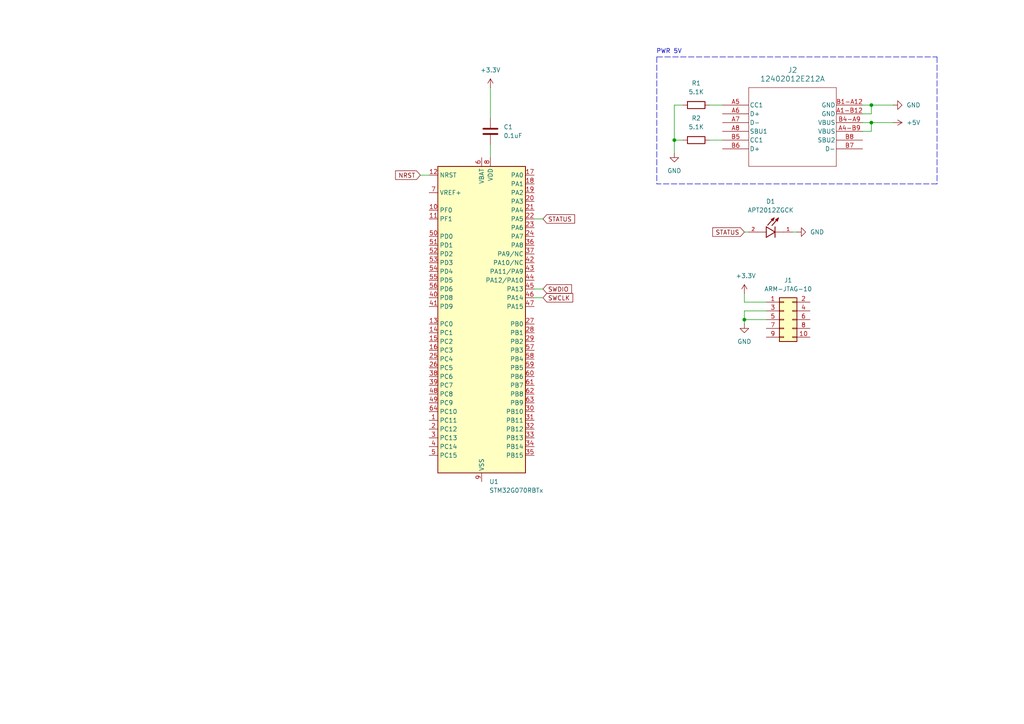
<source format=kicad_sch>
(kicad_sch (version 20231120) (generator "eeschema") (generator_version "8.0")
  (paper "A4")
  (lib_symbols
    (symbol "12402012E212A:12402012E212A" (pin_names (offset 0.254))
      (property "Reference" "J" (at 20.32 10.16 0))
      (property "Value" "12402012E212A" (at 20.32 7.62 0))
      (symbol "12402012E212A_0_1"
        (polyline (pts (xy 7.62 -17.78) (xy 33.02 -17.78)) (stroke (width 0.127)))
        (polyline (pts (xy 7.62 5.08) (xy 7.62 -17.78)) (stroke (width 0.127)))
        (polyline (pts (xy 33.02 -17.78) (xy 33.02 5.08)) (stroke (width 0.127)))
        (polyline (pts (xy 33.02 5.08) (xy 7.62 5.08)) (stroke (width 0.127)))
        (pin power_out line (at 40.64 -2.54 180) (length 7.62) (name "GND") (number "A1-B12"))
        (pin power_in line (at 40.64 -7.62 180) (length 7.62) (name "VBUS") (number "A4-B9"))
        (pin bidirectional line (at 0 0 0) (length 7.62) (name "CC1") (number "A5"))
        (pin bidirectional line (at 0 -2.54 0) (length 7.62) (name "D+") (number "A6"))
        (pin bidirectional line (at 0 -5.08 0) (length 7.62) (name "D-") (number "A7"))
        (pin bidirectional line (at 0 -7.62 0) (length 7.62) (name "SBU1") (number "A8"))
        (pin power_out line (at 40.64 0 180) (length 7.62) (name "GND") (number "B1-A12"))
        (pin power_in line (at 40.64 -5.08 180) (length 7.62) (name "VBUS") (number "B4-A9"))
        (pin bidirectional line (at 0 -10.16 0) (length 7.62) (name "CC1") (number "B5"))
        (pin bidirectional line (at 0 -12.7 0) (length 7.62) (name "D+") (number "B6"))
        (pin bidirectional line (at 40.64 -12.7 180) (length 7.62) (name "D-") (number "B7"))
        (pin bidirectional line (at 40.64 -10.16 180) (length 7.62) (name "SBU2") (number "B8"))
      )
    )
    (symbol "APT2012ZGCK:APT2012ZGCK" (pin_names (offset 1.016))
      (property "Reference" "D" (at -3.0988 4.4958 0))
      (property "Value" "APT2012ZGCK" (at -3.556 -3.302 0))
      (symbol "APT2012ZGCK_0_0"
        (polyline (pts (xy -2.54 -1.524) (xy 0 0)) (stroke (width 0.254)))
        (polyline (pts (xy -2.54 0) (xy -5.08 0)) (stroke (width 0.1524)))
        (polyline (pts (xy -2.54 0) (xy -2.54 -1.524)) (stroke (width 0.254)))
        (polyline (pts (xy -2.54 1.524) (xy -2.54 0)) (stroke (width 0.254)))
        (polyline (pts (xy -0.3556 4.0386) (xy -2.1336 2.0066)) (stroke (width 0.254)))
        (polyline (pts (xy 0 0) (xy -2.54 1.524)) (stroke (width 0.254)))
        (polyline (pts (xy 0 0) (xy 0 -1.524)) (stroke (width 0.254)))
        (polyline (pts (xy 0 1.524) (xy 0 0)) (stroke (width 0.254)))
        (polyline (pts (xy 0.889 3.937) (xy -0.889 1.905)) (stroke (width 0.254)))
        (polyline (pts (xy 2.54 0) (xy 0 0)) (stroke (width 0.1524)))
        (polyline (pts (xy -1.143 3.683) (xy -0.5715 3.175) (xy -0.1905 4.191) (xy -1.143 3.683)) (stroke (width 0.1524)) (fill (type outline)))
        (polyline (pts (xy 0.127 3.6195) (xy 0.6985 3.1115) (xy 1.0795 4.191) (xy 0.127 3.6195)) (stroke (width 0.1524)) (fill (type outline)))
        (pin passive line (at 5.08 0 180) (length 2.54) (name "~") (number "1"))
        (pin passive line (at -7.62 0 0) (length 2.54) (name "~") (number "2"))
      )
    )
    (symbol "Connector_Generic:Conn_02x05_Odd_Even" (pin_names (offset 1.016) hide)
      (property "Reference" "J" (at 1.27 7.62 0))
      (property "Value" "Conn_02x05_Odd_Even" (at 1.27 -7.62 0))
      (symbol "Conn_02x05_Odd_Even_1_1"
        (rectangle (start -1.27 -4.953) (end 0 -5.207) (stroke (width 0.1524)))
        (rectangle (start -1.27 -2.413) (end 0 -2.667) (stroke (width 0.1524)))
        (rectangle (start -1.27 0.127) (end 0 -0.127) (stroke (width 0.1524)))
        (rectangle (start -1.27 2.667) (end 0 2.413) (stroke (width 0.1524)))
        (rectangle (start -1.27 5.207) (end 0 4.953) (stroke (width 0.1524)))
        (rectangle (start -1.27 6.35) (end 3.81 -6.35) (stroke (width 0.254)) (fill (type background)))
        (rectangle (start 3.81 -4.953) (end 2.54 -5.207) (stroke (width 0.1524)))
        (rectangle (start 3.81 -2.413) (end 2.54 -2.667) (stroke (width 0.1524)))
        (rectangle (start 3.81 0.127) (end 2.54 -0.127) (stroke (width 0.1524)))
        (rectangle (start 3.81 2.667) (end 2.54 2.413) (stroke (width 0.1524)))
        (rectangle (start 3.81 5.207) (end 2.54 4.953) (stroke (width 0.1524)))
        (pin passive line (at -5.08 5.08 0) (length 3.81) (name "Pin_1") (number "1"))
        (pin passive line (at 7.62 -5.08 180) (length 3.81) (name "Pin_10") (number "10"))
        (pin passive line (at 7.62 5.08 180) (length 3.81) (name "Pin_2") (number "2"))
        (pin passive line (at -5.08 2.54 0) (length 3.81) (name "Pin_3") (number "3"))
        (pin passive line (at 7.62 2.54 180) (length 3.81) (name "Pin_4") (number "4"))
        (pin passive line (at -5.08 0 0) (length 3.81) (name "Pin_5") (number "5"))
        (pin passive line (at 7.62 0 180) (length 3.81) (name "Pin_6") (number "6"))
        (pin passive line (at -5.08 -2.54 0) (length 3.81) (name "Pin_7") (number "7"))
        (pin passive line (at 7.62 -2.54 180) (length 3.81) (name "Pin_8") (number "8"))
        (pin passive line (at -5.08 -5.08 0) (length 3.81) (name "Pin_9") (number "9"))
      )
    )
    (symbol "Device:C" (pin_numbers hide) (pin_names (offset 0.254))
      (property "Reference" "C" (at 0.635 2.54 0))
      (property "Value" "C" (at 0.635 -2.54 0))
      (symbol "C_0_1"
        (polyline (pts (xy -2.032 -0.762) (xy 2.032 -0.762)) (stroke (width 0.508)))
        (polyline (pts (xy -2.032 0.762) (xy 2.032 0.762)) (stroke (width 0.508)))
      )
      (symbol "C_1_1"
        (pin passive line (at 0 3.81 270) (length 2.794) (name "~") (number "1"))
        (pin passive line (at 0 -3.81 90) (length 2.794) (name "~") (number "2"))
      )
    )
    (symbol "Device:R" (pin_numbers hide) (pin_names (offset 0))
      (property "Reference" "R" (at 2.032 0 90))
      (property "Value" "R" (at 0 0 90))
      (symbol "R_0_1"
        (rectangle (start -1.016 -2.54) (end 1.016 2.54) (stroke (width 0.254)))
      )
      (symbol "R_1_1"
        (pin passive line (at 0 3.81 270) (length 1.27) (name "~") (number "1"))
        (pin passive line (at 0 -3.81 90) (length 1.27) (name "~") (number "2"))
      )
    )
    (symbol "MCU_ST_STM32G0:STM32G070RBTx"
      (property "Reference" "U" (at -12.7 46.99 0))
      (property "Value" "STM32G070RBTx" (at 5.08 46.99 0))
      (symbol "STM32G070RBTx_0_1"
        (rectangle (start -12.7 -43.18) (end 12.7 45.72) (stroke (width 0.254)) (fill (type background)))
      )
      (symbol "STM32G070RBTx_1_1"
        (pin bidirectional line (at -15.24 -27.94 0) (length 2.54) (name "PC11") (number "1"))
        (pin bidirectional line (at -15.24 33.02 0) (length 2.54) (name "PF0") (number "10"))
        (pin bidirectional line (at -15.24 30.48 0) (length 2.54) (name "PF1") (number "11"))
        (pin input line (at -15.24 43.18 0) (length 2.54) (name "NRST") (number "12"))
        (pin bidirectional line (at -15.24 0 0) (length 2.54) (name "PC0") (number "13"))
        (pin bidirectional line (at -15.24 -2.54 0) (length 2.54) (name "PC1") (number "14"))
        (pin bidirectional line (at -15.24 -5.08 0) (length 2.54) (name "PC2") (number "15"))
        (pin bidirectional line (at -15.24 -7.62 0) (length 2.54) (name "PC3") (number "16"))
        (pin bidirectional line (at 15.24 43.18 180) (length 2.54) (name "PA0") (number "17"))
        (pin bidirectional line (at 15.24 40.64 180) (length 2.54) (name "PA1") (number "18"))
        (pin bidirectional line (at 15.24 38.1 180) (length 2.54) (name "PA2") (number "19"))
        (pin bidirectional line (at -15.24 -30.48 0) (length 2.54) (name "PC12") (number "2"))
        (pin bidirectional line (at 15.24 35.56 180) (length 2.54) (name "PA3") (number "20"))
        (pin bidirectional line (at 15.24 33.02 180) (length 2.54) (name "PA4") (number "21"))
        (pin bidirectional line (at 15.24 30.48 180) (length 2.54) (name "PA5") (number "22"))
        (pin bidirectional line (at 15.24 27.94 180) (length 2.54) (name "PA6") (number "23"))
        (pin bidirectional line (at 15.24 25.4 180) (length 2.54) (name "PA7") (number "24"))
        (pin bidirectional line (at -15.24 -10.16 0) (length 2.54) (name "PC4") (number "25"))
        (pin bidirectional line (at -15.24 -12.7 0) (length 2.54) (name "PC5") (number "26"))
        (pin bidirectional line (at 15.24 0 180) (length 2.54) (name "PB0") (number "27"))
        (pin bidirectional line (at 15.24 -2.54 180) (length 2.54) (name "PB1") (number "28"))
        (pin bidirectional line (at 15.24 -5.08 180) (length 2.54) (name "PB2") (number "29"))
        (pin bidirectional line (at -15.24 -33.02 0) (length 2.54) (name "PC13") (number "3"))
        (pin bidirectional line (at 15.24 -25.4 180) (length 2.54) (name "PB10") (number "30"))
        (pin bidirectional line (at 15.24 -27.94 180) (length 2.54) (name "PB11") (number "31"))
        (pin bidirectional line (at 15.24 -30.48 180) (length 2.54) (name "PB12") (number "32"))
        (pin bidirectional line (at 15.24 -33.02 180) (length 2.54) (name "PB13") (number "33"))
        (pin bidirectional line (at 15.24 -35.56 180) (length 2.54) (name "PB14") (number "34"))
        (pin bidirectional line (at 15.24 -38.1 180) (length 2.54) (name "PB15") (number "35"))
        (pin bidirectional line (at 15.24 22.86 180) (length 2.54) (name "PA8") (number "36"))
        (pin bidirectional line (at 15.24 20.32 180) (length 2.54) (name "PA9/NC") (number "37"))
        (pin bidirectional line (at -15.24 -15.24 0) (length 2.54) (name "PC6") (number "38"))
        (pin bidirectional line (at -15.24 -17.78 0) (length 2.54) (name "PC7") (number "39"))
        (pin bidirectional line (at -15.24 -35.56 0) (length 2.54) (name "PC14") (number "4"))
        (pin bidirectional line (at -15.24 7.62 0) (length 2.54) (name "PD8") (number "40"))
        (pin bidirectional line (at -15.24 5.08 0) (length 2.54) (name "PD9") (number "41"))
        (pin bidirectional line (at 15.24 17.78 180) (length 2.54) (name "PA10/NC") (number "42"))
        (pin bidirectional line (at 15.24 15.24 180) (length 2.54) (name "PA11/PA9") (number "43"))
        (pin bidirectional line (at 15.24 12.7 180) (length 2.54) (name "PA12/PA10") (number "44"))
        (pin bidirectional line (at 15.24 10.16 180) (length 2.54) (name "PA13") (number "45"))
        (pin bidirectional line (at 15.24 7.62 180) (length 2.54) (name "PA14") (number "46"))
        (pin bidirectional line (at 15.24 5.08 180) (length 2.54) (name "PA15") (number "47"))
        (pin bidirectional line (at -15.24 -20.32 0) (length 2.54) (name "PC8") (number "48"))
        (pin bidirectional line (at -15.24 -22.86 0) (length 2.54) (name "PC9") (number "49"))
        (pin bidirectional line (at -15.24 -38.1 0) (length 2.54) (name "PC15") (number "5"))
        (pin bidirectional line (at -15.24 25.4 0) (length 2.54) (name "PD0") (number "50"))
        (pin bidirectional line (at -15.24 22.86 0) (length 2.54) (name "PD1") (number "51"))
        (pin bidirectional line (at -15.24 20.32 0) (length 2.54) (name "PD2") (number "52"))
        (pin bidirectional line (at -15.24 17.78 0) (length 2.54) (name "PD3") (number "53"))
        (pin bidirectional line (at -15.24 15.24 0) (length 2.54) (name "PD4") (number "54"))
        (pin bidirectional line (at -15.24 12.7 0) (length 2.54) (name "PD5") (number "55"))
        (pin bidirectional line (at -15.24 10.16 0) (length 2.54) (name "PD6") (number "56"))
        (pin bidirectional line (at 15.24 -7.62 180) (length 2.54) (name "PB3") (number "57"))
        (pin bidirectional line (at 15.24 -10.16 180) (length 2.54) (name "PB4") (number "58"))
        (pin bidirectional line (at 15.24 -12.7 180) (length 2.54) (name "PB5") (number "59"))
        (pin power_in line (at 0 48.26 270) (length 2.54) (name "VBAT") (number "6"))
        (pin bidirectional line (at 15.24 -15.24 180) (length 2.54) (name "PB6") (number "60"))
        (pin bidirectional line (at 15.24 -17.78 180) (length 2.54) (name "PB7") (number "61"))
        (pin bidirectional line (at 15.24 -20.32 180) (length 2.54) (name "PB8") (number "62"))
        (pin bidirectional line (at 15.24 -22.86 180) (length 2.54) (name "PB9") (number "63"))
        (pin bidirectional line (at -15.24 -25.4 0) (length 2.54) (name "PC10") (number "64"))
        (pin input line (at -15.24 38.1 0) (length 2.54) (name "VREF+") (number "7"))
        (pin power_in line (at 2.54 48.26 270) (length 2.54) (name "VDD") (number "8"))
        (pin power_in line (at 0 -45.72 90) (length 2.54) (name "VSS") (number "9"))
      )
    )
    (symbol "power:GND" (power) (pin_numbers hide) (pin_names (offset 0) hide)
      (property "Value" "GND" (at 0 -3.81 0))
      (symbol "GND_0_1"
        (polyline (pts (xy 0 0) (xy 0 -1.27) (xy 1.27 -1.27) (xy 0 -2.54) (xy -1.27 -1.27) (xy 0 -1.27)))
      )
      (symbol "GND_1_1"
        (pin power_in line (at 0 0 270) (length 0) (name "~") (number "1"))
      )
    )
    (symbol "power:VCC" (power) (pin_numbers hide) (pin_names (offset 0) hide)
      (property "Value" "VCC" (at 0 3.556 0))
      (symbol "VCC_0_1"
        (polyline (pts (xy -0.762 1.27) (xy 0 2.54)))
        (polyline (pts (xy 0 0) (xy 0 2.54)))
        (polyline (pts (xy 0 2.54) (xy 0.762 1.27)))
      )
      (symbol "VCC_1_1"
        (pin power_in line (at 0 0 90) (length 0) (name "~") (number "1"))
      )
    )
  )
  (junction (at 252.73 35.56))
  (junction (at 195.58 40.64))
  (junction (at 215.9 92.71))
  (junction (at 252.73 30.48))
  (wire (pts (xy 205.74 30.48) (xy 209.55 30.48)))
  (wire (pts (xy 154.94 83.82) (xy 157.48 83.82)))
  (polyline (pts (xy 271.78 16.51) (xy 271.78 53.34)) (stroke (width 0) (type dash)))
  (wire (pts (xy 142.24 41.91) (xy 142.24 45.72)))
  (wire (pts (xy 195.58 40.64) (xy 195.58 44.45)))
  (wire (pts (xy 154.94 63.5) (xy 157.48 63.5)))
  (wire (pts (xy 215.9 92.71) (xy 222.25 92.71)))
  (wire (pts (xy 222.25 90.17) (xy 215.9 90.17)))
  (wire (pts (xy 198.12 30.48) (xy 195.58 30.48)))
  (wire (pts (xy 250.19 30.48) (xy 252.73 30.48)))
  (wire (pts (xy 215.9 90.17) (xy 215.9 92.71)))
  (wire (pts (xy 252.73 33.02) (xy 252.73 30.48)))
  (polyline (pts (xy 190.5 16.51) (xy 190.5 53.34)) (stroke (width 0) (type dash)))
  (wire (pts (xy 195.58 30.48) (xy 195.58 40.64)))
  (polyline (pts (xy 271.78 53.34) (xy 190.5 53.34)) (stroke (width 0) (type dash)))
  (wire (pts (xy 205.74 40.64) (xy 209.55 40.64)))
  (wire (pts (xy 252.73 38.1) (xy 252.73 35.56)))
  (wire (pts (xy 215.9 87.63) (xy 222.25 87.63)))
  (wire (pts (xy 250.19 38.1) (xy 252.73 38.1)))
  (wire (pts (xy 250.19 35.56) (xy 252.73 35.56)))
  (wire (pts (xy 215.9 93.98) (xy 215.9 92.71)))
  (wire (pts (xy 121.92 50.8) (xy 124.46 50.8)))
  (polyline (pts (xy 190.5 16.51) (xy 271.78 16.51)) (stroke (width 0) (type dash)))
  (wire (pts (xy 252.73 30.48) (xy 259.08 30.48)))
  (wire (pts (xy 229.87 67.31) (xy 231.14 67.31)))
  (wire (pts (xy 195.58 40.64) (xy 198.12 40.64)))
  (wire (pts (xy 154.94 86.36) (xy 157.48 86.36)))
  (wire (pts (xy 215.9 85.09) (xy 215.9 87.63)))
  (wire (pts (xy 250.19 33.02) (xy 252.73 33.02)))
  (wire (pts (xy 142.24 25.4) (xy 142.24 34.29)))
  (wire (pts (xy 252.73 35.56) (xy 259.08 35.56)))
  (wire (pts (xy 215.9 67.31) (xy 217.17 67.31)))
  (text "PWR 5V" (at 194.056 14.986 0) (effects (font (size 1.27 1.27))))
  (global_label "SWCLK" (shape input) (at 157.48 86.36 0) (property "Intersheetrefs" "${INTERSHEET_REFS}" (effects (hide yes))))
  (global_label "NRST" (shape input) (at 121.92 50.8 180) (property "Intersheetrefs" "${INTERSHEET_REFS}" (effects (hide yes))))
  (global_label "STATUS" (shape input) (at 215.9 67.31 180) (property "Intersheetrefs" "${INTERSHEET_REFS}" (effects (hide yes))))
  (global_label "STATUS" (shape input) (at 157.48 63.5 0) (property "Intersheetrefs" "${INTERSHEET_REFS}" (effects (hide yes))))
  (global_label "SWDIO" (shape input) (at 157.48 83.82 0) (property "Intersheetrefs" "${INTERSHEET_REFS}" (effects (hide yes))))
  (symbol (lib_id "Device:C") (at 142.24 38.1 0) (unit 1)
    (property "Reference" "C1" (at 146.05 36.8299 0) (effects (justify left)))
    (property "Value" "0.1uF" (at 146.05 39.3699 0) (effects (justify left)))
    (property "Description" "Unpolarized capacitor" (effects (hide yes)))
  )
  (symbol (lib_id "MCU_ST_STM32G0:STM32G070RBTx") (at 139.7 93.98 0) (unit 1)
    (property "Reference" "U1" (at 141.8941 139.7 0) (effects (justify left)))
    (property "Value" "STM32G070RBTx" (at 141.8941 142.24 0) (effects (justify left)))
    (property "Footprint" "Package_QFP:LQFP-64_10x10mm_P0.5mm" (effects (hide yes)))
    (property "Datasheet" "https://www.st.com/resource/en/datasheet/stm32g070rb.pdf" (effects (hide yes)))
    (property "Description" "STMicroelectronics Arm Cortex-M0+ MCU, 128KB flash, 36KB RAM, 64 MHz, 2.0-3.6V, 59 GPIO, LQFP64" (effects (hide yes)))
  )
  (symbol (lib_id "power:GND") (at 215.9 93.98 0) (unit 1)
    (property "Reference" "#PWR01" (effects (hide yes)))
    (property "Value" "GND" (at 215.9 99.06 0))
    (property "Description" "Power symbol creates a global label with name \"GND\" , ground" (effects (hide yes)))
  )
  (symbol (lib_id "power:GND") (at 259.08 30.48 90) (unit 1)
    (property "Reference" "#PWR06" (effects (hide yes)))
    (property "Value" "GND" (at 262.89 30.4799 90) (effects (justify right)))
    (property "Description" "Power symbol creates a global label with name \"GND\" , ground" (effects (hide yes)))
  )
  (symbol (lib_id "APT2012ZGCK:APT2012ZGCK") (at 224.79 67.31 0) (unit 1)
    (property "Reference" "D1" (at 223.52 58.42 0))
    (property "Value" "APT2012ZGCK" (at 223.52 60.96 0))
    (property "Footprint" "APT2012ZGCK:LED_APT2012ZGCK" (effects (hide yes)))
    (property "PARTREV" "V.20B" (effects (hide yes)))
    (property "STANDARD" "Manufacturer Recommendations" (effects (hide yes)))
    (property "MAXIMUM_PACKAGE_HEIGHT" "0.75mm" (effects (hide yes)))
    (property "MANUFACTURER" "Kingbright" (effects (hide yes)))
  )
  (symbol (lib_id "power:VCC") (at 142.24 25.4 0) (unit 1)
    (property "Reference" "#PWR03" (effects (hide yes)))
    (property "Value" "+3.3V" (at 142.24 20.32 0))
    (property "Description" "Power symbol creates a global label with name \"VCC\"" (effects (hide yes)))
  )
  (symbol (lib_id "power:VCC") (at 215.9 85.09 0) (unit 1)
    (property "Reference" "#PWR02" (effects (hide yes)))
    (property "Value" "+3.3V" (at 213.36 80.01 0) (effects (justify left)))
    (property "Description" "Power symbol creates a global label with name \"VCC\"" (effects (hide yes)))
  )
  (symbol (lib_id "power:GND") (at 231.14 67.31 90) (unit 1)
    (property "Reference" "#PWR05" (effects (hide yes)))
    (property "Value" "GND" (at 234.95 67.3099 90) (effects (justify right)))
    (property "Description" "Power symbol creates a global label with name \"GND\" , ground" (effects (hide yes)))
  )
  (symbol (lib_id "power:GND") (at 195.58 44.45 0) (unit 1)
    (property "Reference" "#PWR07" (effects (hide yes)))
    (property "Value" "GND" (at 195.58 49.53 0))
    (property "Description" "Power symbol creates a global label with name \"GND\" , ground" (effects (hide yes)))
  )
  (symbol (lib_id "Device:R") (at 201.93 30.48 90) (unit 1)
    (property "Reference" "R1" (at 201.93 24.13 90))
    (property "Value" "5.1K" (at 201.93 26.67 90))
    (property "Description" "Resistor" (effects (hide yes)))
  )
  (symbol (lib_id "power:VCC") (at 259.08 35.56 270) (unit 1)
    (property "Reference" "#PWR04" (effects (hide yes)))
    (property "Value" "+5V" (at 262.89 35.5599 90) (effects (justify left)))
    (property "Description" "Power symbol creates a global label with name \"VCC\"" (effects (hide yes)))
  )
  (symbol (lib_id "Connector_Generic:Conn_02x05_Odd_Even") (at 227.33 92.71 0) (unit 1)
    (property "Reference" "J1" (at 228.6 81.28 0))
    (property "Value" "ARM-JTAG-10" (at 228.6 83.82 0))
    (property "Footprint" "Connector_PinHeader_1.27mm:PinHeader_2x05_P1.27mm_Vertical" (effects (hide yes)))
    (property "Description" "Generic connector, double row, 02x05, odd/even pin numbering scheme (row 1 odd numbers, row 2 even numbers), script generated (kicad-library-utils/schlib/autogen/connector/)" (effects (hide yes)))
  )
  (symbol (lib_id "Device:R") (at 201.93 40.64 90) (unit 1)
    (property "Reference" "R2" (at 201.93 34.29 90))
    (property "Value" "5.1K" (at 201.93 36.83 90))
    (property "Description" "Resistor" (effects (hide yes)))
  )
  (symbol (lib_id "12402012E212A:12402012E212A") (at 209.55 30.48 0) (unit 1)
    (property "Reference" "J2" (at 229.87 20.32 0) (effects (font (size 1.524 1.524))))
    (property "Value" "12402012E212A" (at 229.87 22.86 0) (effects (font (size 1.524 1.524))))
    (property "Footprint" "vendor_eda:12402012E212A_AMP" (effects (hide yes)))
    (property "Datasheet" "12402012E212A" (effects (hide yes)))
  )
)
</source>
